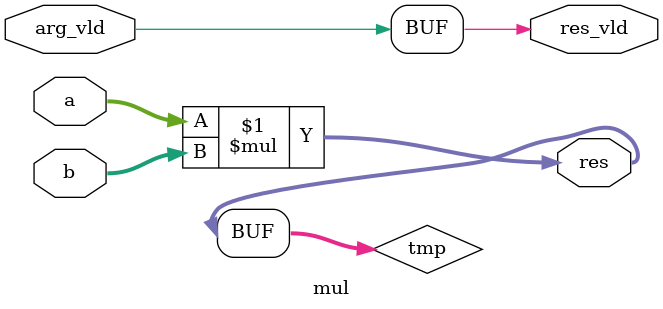
<source format=sv>
module mul
#(
    parameter ARG_WIDTH = 32,
    parameter RES_WIDTH = ARG_WIDTH * 2
)
(
    input                           arg_vld,
    input  signed [ARG_WIDTH - 1:0] a,
    input  signed [ARG_WIDTH - 1:0] b,
    output                          res_vld,
    output signed [RES_WIDTH - 1:0] res
);

    logic                              overflow;
    logic signed [ARG_WIDTH * 2 - 1:0] tmp;

    assign tmp      = a * b;
    assign overflow =(tmp != $signed(tmp[ARG_WIDTH-1:0]));
    assign res      = tmp[RES_WIDTH - 1:0];
    assign res_vld  = arg_vld;


endmodule
</source>
